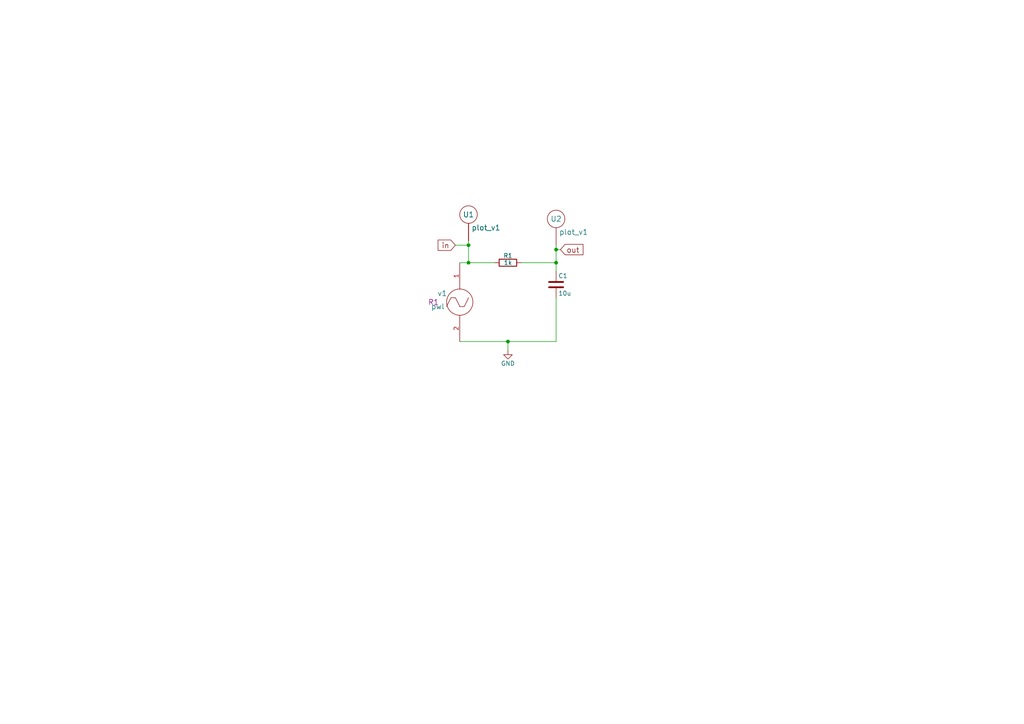
<source format=kicad_sch>
(kicad_sch (version 20230121) (generator eeschema)
  (paper "A4")
  (lib_symbols
    (symbol "RC-rescue:C" (pin_numbers hide) (pin_names (offset 0.254))
      (property "Reference" "C" (at 0.635 2.54 0))
      (property "Value" "C" (at 0.635 -2.54 0))
      (symbol "C_0_1"
        (polyline (pts (xy -2.032 -0.762) (xy 2.032 -0.762)) (stroke (width 0.508)))
        (polyline (pts (xy -2.032 0.762) (xy 2.032 0.762)) (stroke (width 0.508)))
      )
      (symbol "C_1_1"
        (pin passive line (at 0 3.81 270) (length 2.794) (name "~") (number "1"))
        (pin passive line (at 0 -3.81 90) (length 2.794) (name "~") (number "2"))
      )
    )
    (symbol "RC-rescue:GND" (power) (pin_names (offset 0))
      (property "Value" "GND" (at 0 -3.81 0))
      (symbol "GND_0_1"
        (polyline (pts (xy 0 0) (xy 0 -1.27) (xy 1.27 -1.27) (xy 0 -2.54) (xy -1.27 -1.27) (xy 0 -1.27)))
      )
      (symbol "GND_1_1"
        (pin power_in line (at 0 0 270) (length 0) hide (name "GND") (number "1"))
      )
    )
    (symbol "RC-rescue:R-RESCUE-RC" (pin_numbers hide) (pin_names (offset 0))
      (property "Reference" "R" (at 1.27 3.302 0))
      (property "Value" "R-RESCUE-RC" (at 1.27 1.27 0))
      (symbol "R-RESCUE-RC_0_1"
        (rectangle (start 3.81 0.254) (end -1.27 2.286) (stroke (width 0.254)))
      )
      (symbol "R-RESCUE-RC_1_1"
        (pin passive line (at -2.54 1.27 0) (length 1.27) (name "~") (number "1"))
        (pin passive line (at 5.08 1.27 180) (length 1.27) (name "~") (number "2"))
      )
    )
    (symbol "RC-rescue:plot_v1" (pin_names (offset 1.016))
      (property "Reference" "U" (at 0 12.7 0))
      (property "Value" "plot_v1" (at 5.08 8.89 0))
      (symbol "plot_v1_0_1"
        (circle (center 0 12.7) (radius 2.54))
      )
      (symbol "plot_v1_1_1"
        (pin input line (at 0 5.08 90) (length 5.08) (name "~") (number "~"))
      )
    )
    (symbol "RC-rescue:pwl" (pin_names (offset 1.016))
      (property "Reference" "v" (at -5.08 2.54 0))
      (property "Value" "pwl" (at -6.35 -1.27 0))
      (property "Footprint" "R1" (at -7.62 0 0))
      (symbol "pwl_0_1"
        (arc (start -2.54 1.27) (mid -3.1997 0.0124) (end -3.81 -1.27))
        (arc (start -1.27 1.27) (mid -1.905 1.2806) (end -2.54 1.27))
        (arc (start 0 -1.27) (mid -0.608 0.0135) (end -1.27 1.27))
        (arc (start 0 -1.27) (mid 0.635 -1.2859) (end 1.27 -1.27))
        (circle (center 0 0) (radius 3.81))
        (arc (start 1.27 -1.27) (mid 1.944 -0.0194) (end 2.54 1.27))
      )
      (symbol "pwl_1_1"
        (pin input line (at 0 11.43 270) (length 7.62) (name "+") (number "1"))
        (pin input line (at 0 -11.43 90) (length 7.62) (name "-") (number "2"))
      )
    )
  )
  (junction (at 147.32 99.06))
  (junction (at 135.89 71.12))
  (junction (at 135.89 76.2))
  (junction (at 161.29 72.39))
  (junction (at 161.29 76.2))
  (wire (pts (xy 135.89 76.2) (xy 143.51 76.2)))
  (wire (pts (xy 161.29 99.06) (xy 161.29 86.36)))
  (wire (pts (xy 147.32 99.06) (xy 161.29 99.06)))
  (wire (pts (xy 161.29 76.2) (xy 161.29 78.74)))
  (wire (pts (xy 161.29 72.39) (xy 161.29 76.2)))
  (wire (pts (xy 132.08 71.12) (xy 135.89 71.12)))
  (wire (pts (xy 161.29 71.12) (xy 161.29 72.39)))
  (wire (pts (xy 162.56 72.39) (xy 161.29 72.39)))
  (wire (pts (xy 135.89 69.85) (xy 135.89 71.12)))
  (wire (pts (xy 133.35 99.06) (xy 147.32 99.06)))
  (wire (pts (xy 133.35 76.2) (xy 135.89 76.2)))
  (wire (pts (xy 147.32 101.6) (xy 147.32 99.06)))
  (wire (pts (xy 135.89 71.12) (xy 135.89 76.2)))
  (wire (pts (xy 151.13 76.2) (xy 161.29 76.2)))
  (global_label "in" (shape input) (at 132.08 71.12 180) (effects (font (size 1.524 1.524))) (property "Intersheetrefs" "${INTERSHEET_REFS}" (effects hide)))
  (global_label "out" (shape input) (at 162.56 72.39 0) (effects (font (size 1.524 1.524))) (property "Intersheetrefs" "${INTERSHEET_REFS}" (effects hide)))
  (symbol (lib_id "RC-rescue:R-RESCUE-RC") (at 146.05 77.47 0) (unit 1)
    (property "Reference" "R1" (at 147.32 74.168 0))
    (property "Value" "1k" (at 147.32 76.2 0))
  )
  (symbol (lib_id "RC-rescue:C") (at 161.29 82.55 0) (unit 1)
    (property "Reference" "C1" (at 161.925 80.01 0) (effects (justify left)))
    (property "Value" "10u" (at 161.925 85.09 0) (effects (justify left)))
  )
  (symbol (lib_id "RC-rescue:pwl") (at 133.35 87.63 0) (unit 1)
    (property "Reference" "v1" (at 128.27 85.09 0) (effects (font (size 1.524 1.524))))
    (property "Value" "pwl" (at 127 88.9 0) (effects (font (size 1.524 1.524))))
    (property "Footprint" "R1" (at 125.73 87.63 0) (effects (font (size 1.524 1.524))))
  )
  (symbol (lib_id "RC-rescue:GND") (at 147.32 101.6 0) (unit 1)
    (property "Reference" "#PWR01" (effects hide))
    (property "Value" "GND" (at 147.32 105.41 0))
  )
  (symbol (lib_id "RC-rescue:plot_v1") (at 135.89 74.93 0) (unit 1)
    (property "Reference" "U1" (at 135.89 62.23 0) (effects (font (size 1.524 1.524))))
    (property "Value" "plot_v1" (at 140.97 66.04 0) (effects (font (size 1.524 1.524))))
  )
  (symbol (lib_id "RC-rescue:plot_v1") (at 161.29 76.2 0) (unit 1)
    (property "Reference" "U2" (at 161.29 63.5 0) (effects (font (size 1.524 1.524))))
    (property "Value" "plot_v1" (at 166.37 67.31 0) (effects (font (size 1.524 1.524))))
  )
)
</source>
